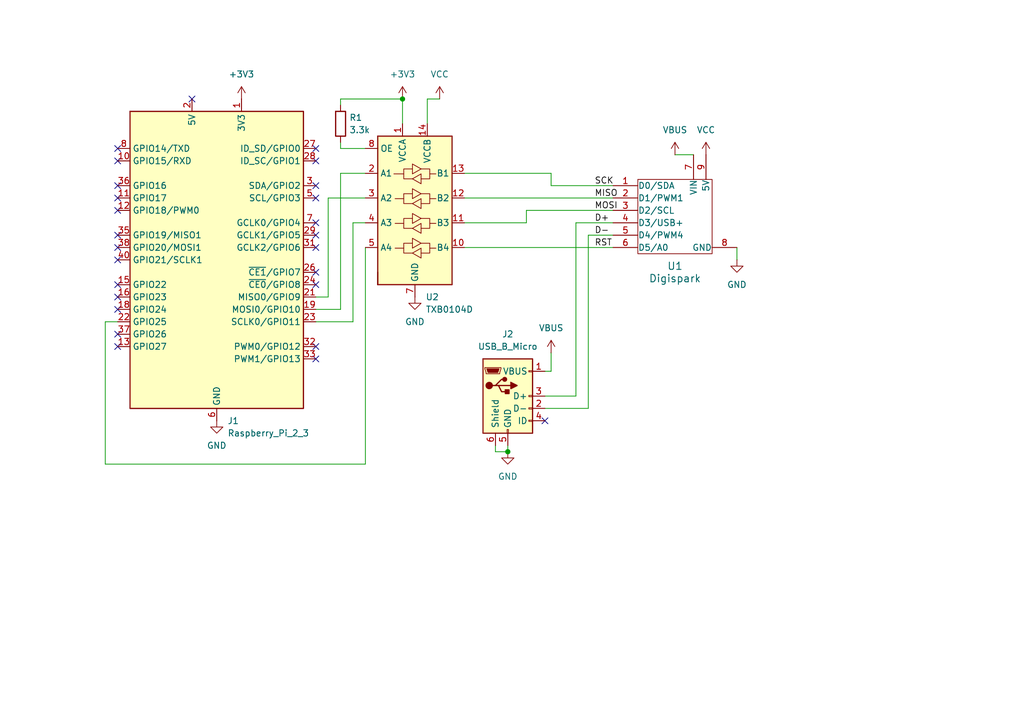
<source format=kicad_sch>
(kicad_sch (version 20231120) (generator "eeschema") (generator_version "8.0")
  (paper "A5")
  (title_block (title "pikvm-attiny85") (company "netdex"))
  (lib_symbols
    (symbol "Connector:Raspberry_Pi_2_3"
      (property "Reference" "J" (at -17.78 31.75 0))
      (property "Value" "Raspberry_Pi_2_3" (at 10.16 -31.75 0))
      (symbol "Raspberry_Pi_2_3_0_1"
        (rectangle (start -17.78 30.48) (end 17.78 -30.48) (stroke (width 0.254)) (fill (type background)))
      )
      (symbol "Raspberry_Pi_2_3_1_1"
        (pin power_in line (at 5.08 33.02 270) (length 2.54) (name "3V3") (number "1"))
        (pin bidirectional line (at -20.32 20.32 0) (length 2.54) (name "GPIO15/RXD") (number "10"))
        (pin bidirectional line (at -20.32 12.7 0) (length 2.54) (name "GPIO17") (number "11"))
        (pin bidirectional line (at -20.32 10.16 0) (length 2.54) (name "GPIO18/PWM0") (number "12"))
        (pin bidirectional line (at -20.32 -17.78 0) (length 2.54) (name "GPIO27") (number "13"))
        (pin passive line (at 0 -33.02 90) (length 2.54) hide (name "GND") (number "14"))
        (pin bidirectional line (at -20.32 -5.08 0) (length 2.54) (name "GPIO22") (number "15"))
        (pin bidirectional line (at -20.32 -7.62 0) (length 2.54) (name "GPIO23") (number "16"))
        (pin passive line (at 5.08 33.02 270) (length 2.54) hide (name "3V3") (number "17"))
        (pin bidirectional line (at -20.32 -10.16 0) (length 2.54) (name "GPIO24") (number "18"))
        (pin bidirectional line (at 20.32 -10.16 180) (length 2.54) (name "MOSI0/GPIO10") (number "19"))
        (pin power_in line (at -5.08 33.02 270) (length 2.54) (name "5V") (number "2"))
        (pin passive line (at 0 -33.02 90) (length 2.54) hide (name "GND") (number "20"))
        (pin bidirectional line (at 20.32 -7.62 180) (length 2.54) (name "MISO0/GPIO9") (number "21"))
        (pin bidirectional line (at -20.32 -12.7 0) (length 2.54) (name "GPIO25") (number "22"))
        (pin bidirectional line (at 20.32 -12.7 180) (length 2.54) (name "SCLK0/GPIO11") (number "23"))
        (pin bidirectional line (at 20.32 -5.08 180) (length 2.54) (name "~{CE0}/GPIO8") (number "24"))
        (pin passive line (at 0 -33.02 90) (length 2.54) hide (name "GND") (number "25"))
        (pin bidirectional line (at 20.32 -2.54 180) (length 2.54) (name "~{CE1}/GPIO7") (number "26"))
        (pin bidirectional line (at 20.32 22.86 180) (length 2.54) (name "ID_SD/GPIO0") (number "27"))
        (pin bidirectional line (at 20.32 20.32 180) (length 2.54) (name "ID_SC/GPIO1") (number "28"))
        (pin bidirectional line (at 20.32 5.08 180) (length 2.54) (name "GCLK1/GPIO5") (number "29"))
        (pin bidirectional line (at 20.32 15.24 180) (length 2.54) (name "SDA/GPIO2") (number "3"))
        (pin passive line (at 0 -33.02 90) (length 2.54) hide (name "GND") (number "30"))
        (pin bidirectional line (at 20.32 2.54 180) (length 2.54) (name "GCLK2/GPIO6") (number "31"))
        (pin bidirectional line (at 20.32 -17.78 180) (length 2.54) (name "PWM0/GPIO12") (number "32"))
        (pin bidirectional line (at 20.32 -20.32 180) (length 2.54) (name "PWM1/GPIO13") (number "33"))
        (pin passive line (at 0 -33.02 90) (length 2.54) hide (name "GND") (number "34"))
        (pin bidirectional line (at -20.32 5.08 0) (length 2.54) (name "GPIO19/MISO1") (number "35"))
        (pin bidirectional line (at -20.32 15.24 0) (length 2.54) (name "GPIO16") (number "36"))
        (pin bidirectional line (at -20.32 -15.24 0) (length 2.54) (name "GPIO26") (number "37"))
        (pin bidirectional line (at -20.32 2.54 0) (length 2.54) (name "GPIO20/MOSI1") (number "38"))
        (pin passive line (at 0 -33.02 90) (length 2.54) hide (name "GND") (number "39"))
        (pin passive line (at -5.08 33.02 270) (length 2.54) hide (name "5V") (number "4"))
        (pin bidirectional line (at -20.32 0 0) (length 2.54) (name "GPIO21/SCLK1") (number "40"))
        (pin bidirectional line (at 20.32 12.7 180) (length 2.54) (name "SCL/GPIO3") (number "5"))
        (pin power_in line (at 0 -33.02 90) (length 2.54) (name "GND") (number "6"))
        (pin bidirectional line (at 20.32 7.62 180) (length 2.54) (name "GCLK0/GPIO4") (number "7"))
        (pin bidirectional line (at -20.32 22.86 0) (length 2.54) (name "GPIO14/TXD") (number "8"))
        (pin passive line (at 0 -33.02 90) (length 2.54) hide (name "GND") (number "9"))
      )
    )
    (symbol "Connector:USB_B_Micro" (pin_names (offset 1.016))
      (property "Reference" "J" (at -5.08 11.43 0))
      (property "Value" "USB_B_Micro" (at -5.08 8.89 0))
      (symbol "USB_B_Micro_0_1"
        (rectangle (start -5.08 -7.62) (end 5.08 7.62) (stroke (width 0.254)) (fill (type background)))
        (circle (center -3.81 2.159) (radius 0.635) (stroke (width 0.254)) (fill (type outline)))
        (circle (center -0.635 3.429) (radius 0.381) (stroke (width 0.254)) (fill (type outline)))
        (rectangle (start -0.127 -7.62) (end 0.127 -6.858))
        (polyline (pts (xy -1.905 2.159) (xy 0.635 2.159)) (stroke (width 0.254)))
        (polyline (pts (xy -3.175 2.159) (xy -2.54 2.159) (xy -1.27 3.429) (xy -0.635 3.429)) (stroke (width 0.254)))
        (polyline (pts (xy -2.54 2.159) (xy -1.905 2.159) (xy -1.27 0.889) (xy 0 0.889)) (stroke (width 0.254)))
        (polyline (pts (xy 0.635 2.794) (xy 0.635 1.524) (xy 1.905 2.159) (xy 0.635 2.794)) (stroke (width 0.254)) (fill (type outline)))
        (polyline (pts (xy -4.318 5.588) (xy -1.778 5.588) (xy -2.032 4.826) (xy -4.064 4.826) (xy -4.318 5.588)) (fill (type outline)))
        (polyline (pts (xy -4.699 5.842) (xy -4.699 5.588) (xy -4.445 4.826) (xy -4.445 4.572) (xy -1.651 4.572) (xy -1.651 4.826) (xy -1.397 5.588) (xy -1.397 5.842) (xy -4.699 5.842)))
        (rectangle (start 0.254 1.27) (end -0.508 0.508) (stroke (width 0.254)) (fill (type outline)))
        (rectangle (start 5.08 -5.207) (end 4.318 -4.953))
        (rectangle (start 5.08 -2.667) (end 4.318 -2.413))
        (rectangle (start 5.08 -0.127) (end 4.318 0.127))
        (rectangle (start 5.08 4.953) (end 4.318 5.207))
      )
      (symbol "USB_B_Micro_1_1"
        (pin power_out line (at 7.62 5.08 180) (length 2.54) (name "VBUS") (number "1"))
        (pin bidirectional line (at 7.62 -2.54 180) (length 2.54) (name "D-") (number "2"))
        (pin bidirectional line (at 7.62 0 180) (length 2.54) (name "D+") (number "3"))
        (pin passive line (at 7.62 -5.08 180) (length 2.54) (name "ID") (number "4"))
        (pin power_out line (at 0 -10.16 90) (length 2.54) (name "GND") (number "5"))
        (pin passive line (at -2.54 -10.16 90) (length 2.54) (name "Shield") (number "6"))
      )
    )
    (symbol "Device:R" (pin_numbers hide) (pin_names (offset 0))
      (property "Reference" "R" (at 2.032 0 90))
      (property "Value" "R" (at 0 0 90))
      (symbol "R_0_1"
        (rectangle (start -1.016 -2.54) (end 1.016 2.54) (stroke (width 0.254)))
      )
      (symbol "R_1_1"
        (pin passive line (at 0 3.81 270) (length 1.27) (name "~") (number "1"))
        (pin passive line (at 0 -3.81 90) (length 1.27) (name "~") (number "2"))
      )
    )
    (symbol "Logic_LevelTranslator:TXB0104D"
      (property "Reference" "U" (at -6.35 16.51 0))
      (property "Value" "TXB0104D" (at 3.81 16.51 0))
      (symbol "TXB0104D_0_1"
        (rectangle (start -7.62 -15.24) (end -7.62 -12.7) (stroke (width 0.254)))
        (rectangle (start -7.62 15.24) (end 7.62 -15.24) (stroke (width 0.254)) (fill (type background)))
        (polyline (pts (xy -2.286 -7.747) (xy -2.286 -6.731) (xy -0.508 -6.731)))
        (polyline (pts (xy -2.286 -2.667) (xy -2.286 -1.651) (xy -0.508 -1.651)))
        (polyline (pts (xy -2.286 2.413) (xy -2.286 3.429) (xy -0.508 3.429)))
        (polyline (pts (xy -2.286 7.493) (xy -2.286 8.509) (xy -0.508 8.509)))
        (polyline (pts (xy 3.048 -7.747) (xy 3.048 -8.763) (xy 1.27 -8.763)))
        (polyline (pts (xy 3.048 -2.667) (xy 3.048 -3.683) (xy 1.27 -3.683)))
        (polyline (pts (xy 3.048 2.413) (xy 3.048 1.397) (xy 1.27 1.397)))
        (polyline (pts (xy 3.048 7.493) (xy 3.048 6.477) (xy 1.27 6.477)))
        (polyline (pts (xy -0.508 -8.763) (xy -2.286 -8.763) (xy -2.286 -7.747) (xy -4.064 -7.747)))
        (polyline (pts (xy -0.508 -8.763) (xy 1.27 -7.747) (xy 1.27 -9.779) (xy -0.508 -8.763)))
        (polyline (pts (xy -0.508 -3.683) (xy -2.286 -3.683) (xy -2.286 -2.667) (xy -4.064 -2.667)))
        (polyline (pts (xy -0.508 -3.683) (xy 1.27 -2.667) (xy 1.27 -4.699) (xy -0.508 -3.683)))
        (polyline (pts (xy -0.508 1.397) (xy -2.286 1.397) (xy -2.286 2.413) (xy -4.064 2.413)))
        (polyline (pts (xy -0.508 1.397) (xy 1.27 2.413) (xy 1.27 0.381) (xy -0.508 1.397)))
        (polyline (pts (xy -0.508 6.477) (xy -2.286 6.477) (xy -2.286 7.493) (xy -4.318 7.493)))
        (polyline (pts (xy -0.508 6.477) (xy 1.27 7.493) (xy 1.27 5.461) (xy -0.508 6.477)))
        (polyline (pts (xy 1.27 -6.731) (xy -0.508 -7.747) (xy -0.508 -5.715) (xy 1.27 -6.731)))
        (polyline (pts (xy 1.27 -6.731) (xy 3.048 -6.731) (xy 3.048 -7.747) (xy 4.318 -7.747)))
        (polyline (pts (xy 1.27 -1.651) (xy -0.508 -2.667) (xy -0.508 -0.635) (xy 1.27 -1.651)))
        (polyline (pts (xy 1.27 -1.651) (xy 3.048 -1.651) (xy 3.048 -2.667) (xy 4.318 -2.667)))
        (polyline (pts (xy 1.27 3.429) (xy -0.508 2.413) (xy -0.508 4.445) (xy 1.27 3.429)))
        (polyline (pts (xy 1.27 3.429) (xy 3.048 3.429) (xy 3.048 2.413) (xy 4.318 2.413)))
        (polyline (pts (xy 1.27 8.509) (xy -0.508 7.493) (xy -0.508 9.525) (xy 1.27 8.509)))
        (polyline (pts (xy 1.27 8.509) (xy 3.048 8.509) (xy 3.048 7.493) (xy 4.318 7.493)))
      )
      (symbol "TXB0104D_1_1"
        (pin power_in line (at -2.54 17.78 270) (length 2.54) (name "VCCA") (number "1"))
        (pin bidirectional line (at 10.16 -7.62 180) (length 2.54) (name "B4") (number "10"))
        (pin bidirectional line (at 10.16 -2.54 180) (length 2.54) (name "B3") (number "11"))
        (pin bidirectional line (at 10.16 2.54 180) (length 2.54) (name "B2") (number "12"))
        (pin bidirectional line (at 10.16 7.62 180) (length 2.54) (name "B1") (number "13"))
        (pin power_in line (at 2.54 17.78 270) (length 2.54) (name "VCCB") (number "14"))
        (pin bidirectional line (at -10.16 7.62 0) (length 2.54) (name "A1") (number "2"))
        (pin bidirectional line (at -10.16 2.54 0) (length 2.54) (name "A2") (number "3"))
        (pin bidirectional line (at -10.16 -2.54 0) (length 2.54) (name "A3") (number "4"))
        (pin bidirectional line (at -10.16 -7.62 0) (length 2.54) (name "A4") (number "5"))
        (pin no_connect line (at -7.62 -12.7 0) (length 2.54) hide (name "NC") (number "6"))
        (pin power_in line (at 0 -17.78 90) (length 2.54) (name "GND") (number "7"))
        (pin input line (at -10.16 12.7 0) (length 2.54) (name "OE") (number "8"))
        (pin no_connect line (at 7.62 -12.7 180) (length 2.54) hide (name "NC") (number "9"))
      )
    )
    (symbol "SW-Digistump:Digispark" (pin_names (offset 0.0254))
      (property "Reference" "U" (at 5.08 0 0))
      (property "Value" "Digispark" (at 8.89 0 90))
      (symbol "Digispark_0_1"
        (rectangle (start -7.62 7.62) (end 7.62 -7.62))
      )
      (symbol "Digispark_1_1"
        (pin bidirectional line (at -12.7 6.35 0) (length 5.08) (name "D0/SDA") (number "1"))
        (pin bidirectional line (at -12.7 3.81 0) (length 5.08) (name "D1/PWM1") (number "2"))
        (pin bidirectional line (at -12.7 1.27 0) (length 5.08) (name "D2/SCL") (number "3"))
        (pin bidirectional line (at -12.7 -1.27 0) (length 5.08) (name "D3/USB+") (number "4"))
        (pin bidirectional line (at -12.7 -3.81 0) (length 5.08) (name "D4/PWM4") (number "5"))
        (pin bidirectional line (at -12.7 -6.35 0) (length 5.08) (name "D5/A0") (number "6"))
        (pin power_in line (at 3.81 12.7 270) (length 5.08) (name "VIN") (number "7"))
        (pin power_in line (at 12.7 -6.35 180) (length 5.08) (name "GND") (number "8"))
        (pin power_in line (at 6.35 12.7 270) (length 5.08) (name "5V") (number "9"))
      )
    )
    (symbol "power:+3V3" (power) (pin_numbers hide) (pin_names (offset 0) hide)
      (property "Value" "+3V3" (at 0 3.556 0))
      (symbol "+3V3_0_1"
        (polyline (pts (xy -0.762 1.27) (xy 0 2.54)))
        (polyline (pts (xy 0 0) (xy 0 2.54)))
        (polyline (pts (xy 0 2.54) (xy 0.762 1.27)))
      )
      (symbol "+3V3_1_1"
        (pin power_in line (at 0 0 90) (length 0) (name "~") (number "1"))
      )
    )
    (symbol "power:GND" (power) (pin_numbers hide) (pin_names (offset 0) hide)
      (property "Value" "GND" (at 0 -3.81 0))
      (symbol "GND_0_1"
        (polyline (pts (xy 0 0) (xy 0 -1.27) (xy 1.27 -1.27) (xy 0 -2.54) (xy -1.27 -1.27) (xy 0 -1.27)))
      )
      (symbol "GND_1_1"
        (pin power_in line (at 0 0 270) (length 0) (name "~") (number "1"))
      )
    )
    (symbol "power:VBUS" (power) (pin_numbers hide) (pin_names (offset 0) hide)
      (property "Value" "VBUS" (at 0 3.556 0))
      (symbol "VBUS_0_1"
        (polyline (pts (xy -0.762 1.27) (xy 0 2.54)))
        (polyline (pts (xy 0 0) (xy 0 2.54)))
        (polyline (pts (xy 0 2.54) (xy 0.762 1.27)))
      )
      (symbol "VBUS_1_1"
        (pin power_in line (at 0 0 90) (length 0) (name "~") (number "1"))
      )
    )
    (symbol "power:VCC" (power) (pin_numbers hide) (pin_names (offset 0) hide)
      (property "Value" "VCC" (at 0 3.556 0))
      (symbol "VCC_0_1"
        (polyline (pts (xy -0.762 1.27) (xy 0 2.54)))
        (polyline (pts (xy 0 0) (xy 0 2.54)))
        (polyline (pts (xy 0 2.54) (xy 0.762 1.27)))
      )
      (symbol "VCC_1_1"
        (pin power_in line (at 0 0 90) (length 0) (name "~") (number "1"))
      )
    )
  )
  (junction (at 104.14 92.71))
  (junction (at 82.55 20.32))
  (no_connect (at 24.13 63.5))
  (no_connect (at 24.13 40.64))
  (no_connect (at 24.13 71.12))
  (no_connect (at 24.13 30.48))
  (no_connect (at 24.13 38.1))
  (no_connect (at 111.76 86.36))
  (no_connect (at 64.77 40.64))
  (no_connect (at 64.77 50.8))
  (no_connect (at 24.13 60.96))
  (no_connect (at 24.13 48.26))
  (no_connect (at 64.77 48.26))
  (no_connect (at 64.77 58.42))
  (no_connect (at 64.77 38.1))
  (no_connect (at 24.13 50.8))
  (no_connect (at 24.13 53.34))
  (no_connect (at 24.13 58.42))
  (no_connect (at 39.37 20.32))
  (no_connect (at 64.77 55.88))
  (no_connect (at 64.77 73.66))
  (no_connect (at 24.13 33.02))
  (no_connect (at 24.13 68.58))
  (no_connect (at 64.77 71.12))
  (no_connect (at 64.77 33.02))
  (no_connect (at 24.13 43.18))
  (no_connect (at 64.77 45.72))
  (no_connect (at 64.77 30.48))
  (wire (pts (xy 111.76 81.28) (xy 118.11 81.28)))
  (wire (pts (xy 113.03 76.2) (xy 111.76 76.2)))
  (wire (pts (xy 21.59 66.04) (xy 24.13 66.04)))
  (wire (pts (xy 118.11 45.72) (xy 125.73 45.72)))
  (wire (pts (xy 95.25 40.64) (xy 125.73 40.64)))
  (wire (pts (xy 107.95 43.18) (xy 125.73 43.18)))
  (wire (pts (xy 113.03 72.39) (xy 113.03 76.2)))
  (wire (pts (xy 67.31 60.96) (xy 64.77 60.96)))
  (wire (pts (xy 95.25 50.8) (xy 125.73 50.8)))
  (wire (pts (xy 113.03 38.1) (xy 113.03 35.56)))
  (wire (pts (xy 101.6 91.44) (xy 101.6 92.71)))
  (wire (pts (xy 90.17 20.32) (xy 87.63 20.32)))
  (wire (pts (xy 69.85 30.48) (xy 74.93 30.48)))
  (wire (pts (xy 69.85 29.21) (xy 69.85 30.48)))
  (wire (pts (xy 72.39 45.72) (xy 72.39 66.04)))
  (wire (pts (xy 113.03 38.1) (xy 125.73 38.1)))
  (wire (pts (xy 87.63 20.32) (xy 87.63 25.4)))
  (wire (pts (xy 82.55 20.32) (xy 82.55 25.4)))
  (wire (pts (xy 67.31 40.64) (xy 67.31 60.96)))
  (wire (pts (xy 120.65 83.82) (xy 120.65 48.26)))
  (wire (pts (xy 64.77 66.04) (xy 72.39 66.04)))
  (wire (pts (xy 69.85 20.32) (xy 69.85 21.59)))
  (wire (pts (xy 151.13 50.8) (xy 151.13 53.34)))
  (wire (pts (xy 104.14 92.71) (xy 104.14 91.44)))
  (wire (pts (xy 74.93 40.64) (xy 67.31 40.64)))
  (wire (pts (xy 111.76 83.82) (xy 120.65 83.82)))
  (wire (pts (xy 138.43 31.75) (xy 142.24 31.75)))
  (wire (pts (xy 107.95 43.18) (xy 107.95 45.72)))
  (wire (pts (xy 74.93 45.72) (xy 72.39 45.72)))
  (wire (pts (xy 74.93 95.25) (xy 21.59 95.25)))
  (wire (pts (xy 69.85 35.56) (xy 69.85 63.5)))
  (wire (pts (xy 101.6 92.71) (xy 104.14 92.71)))
  (wire (pts (xy 74.93 50.8) (xy 74.93 95.25)))
  (wire (pts (xy 21.59 95.25) (xy 21.59 66.04)))
  (wire (pts (xy 113.03 35.56) (xy 95.25 35.56)))
  (wire (pts (xy 74.93 35.56) (xy 69.85 35.56)))
  (wire (pts (xy 107.95 45.72) (xy 95.25 45.72)))
  (wire (pts (xy 69.85 63.5) (xy 64.77 63.5)))
  (wire (pts (xy 69.85 20.32) (xy 82.55 20.32)))
  (wire (pts (xy 120.65 48.26) (xy 125.73 48.26)))
  (wire (pts (xy 118.11 81.28) (xy 118.11 45.72)))
  (label "RST" (at 121.92 50.8 0))
  (label "D+" (at 121.92 45.72 0))
  (label "MISO" (at 121.92 40.64 0))
  (label "MOSI" (at 121.92 43.18 0))
  (label "SCK" (at 121.92 38.1 0))
  (label "D-" (at 121.92 48.26 0))
  (symbol (lib_id "SW-Digistump:Digispark") (at 138.43 44.45 0) (unit 1)
    (property "Reference" "U1" (at 138.43 54.61 0) (effects (font (size 1.524 1.524))))
    (property "Value" "Digispark" (at 138.43 57.15 0) (effects (font (size 1.524 1.524))))
    (property "Footprint" "SW-Digistump:Digispark" (effects (hide yes)))
    (property "Description" "Digispark Microcontroller" (effects (hide yes)))
    (property "Manufacturer" "Digistump" (effects (hide yes)))
  )
  (symbol (lib_id "power:GND") (at 44.45 86.36 0) (unit 1)
    (property "Reference" "#PWR01" (effects (hide yes)))
    (property "Value" "GND" (at 44.45 91.44 0))
    (property "Description" "Power symbol creates a global label with name \"GND\" , ground" (effects (hide yes)))
  )
  (symbol (lib_id "Device:R") (at 69.85 25.4 0) (unit 1)
    (property "Reference" "R1" (at 71.628 24.13 0) (effects (justify left)))
    (property "Value" "3.3k" (at 71.628 26.67 0) (effects (justify left)))
    (property "Description" "Resistor" (effects (hide yes)))
  )
  (symbol (lib_id "power:VCC") (at 90.17 20.32 0) (unit 1)
    (property "Reference" "#PWR09" (effects (hide yes)))
    (property "Value" "VCC" (at 90.17 15.24 0))
    (property "Description" "Power symbol creates a global label with name \"VCC\"" (effects (hide yes)))
  )
  (symbol (lib_id "power:VCC") (at 144.78 31.75 0) (unit 1)
    (property "Reference" "#PWR08" (effects (hide yes)))
    (property "Value" "VCC" (at 144.78 26.67 0))
    (property "Description" "Power symbol creates a global label with name \"VCC\"" (effects (hide yes)))
  )
  (symbol (lib_id "power:VBUS") (at 113.03 72.39 0) (unit 1)
    (property "Reference" "#PWR05" (effects (hide yes)))
    (property "Value" "VBUS" (at 113.03 67.31 0))
    (property "Description" "Power symbol creates a global label with name \"VBUS\"" (effects (hide yes)))
  )
  (symbol (lib_id "power:+3V3") (at 49.53 20.32 0) (unit 1)
    (property "Reference" "#PWR011" (effects (hide yes)))
    (property "Value" "+3V3" (at 49.53 15.24 0))
    (property "Description" "Power symbol creates a global label with name \"+3V3\"" (effects (hide yes)))
  )
  (symbol (lib_id "Logic_LevelTranslator:TXB0104D") (at 85.09 43.18 0) (unit 1)
    (property "Reference" "U2" (at 87.2841 60.96 0) (effects (justify left)))
    (property "Value" "TXB0104D" (at 87.2841 63.5 0) (effects (justify left)))
    (property "Footprint" "Package_SO:SOIC-14_3.9x8.7mm_P1.27mm" (effects (hide yes)))
    (property "Datasheet" "http://www.ti.com/lit/ds/symlink/txb0104.pdf" (effects (hide yes)))
    (property "Description" "4-Bit Bidirectional Voltage-Level Translator, Auto Direction Sensing and ±15-kV ESD Protection, 1.2 - 3.6V APort, 1.65 - 5.5V BPort, SOIC-14" (effects (hide yes)))
  )
  (symbol (lib_id "power:+3V3") (at 82.55 20.32 0) (unit 1)
    (property "Reference" "#PWR010" (effects (hide yes)))
    (property "Value" "+3V3" (at 82.55 15.24 0))
    (property "Description" "Power symbol creates a global label with name \"+3V3\"" (effects (hide yes)))
  )
  (symbol (lib_id "power:GND") (at 85.09 60.96 0) (unit 1)
    (property "Reference" "#PWR02" (effects (hide yes)))
    (property "Value" "GND" (at 85.09 66.04 0))
    (property "Description" "Power symbol creates a global label with name \"GND\" , ground" (effects (hide yes)))
  )
  (symbol (lib_id "power:VBUS") (at 138.43 31.75 0) (unit 1)
    (property "Reference" "#PWR06" (effects (hide yes)))
    (property "Value" "VBUS" (at 138.43 26.67 0))
    (property "Description" "Power symbol creates a global label with name \"VBUS\"" (effects (hide yes)))
  )
  (symbol (lib_id "Connector:USB_B_Micro") (at 104.14 81.28 0) (unit 1)
    (property "Reference" "J2" (at 104.14 68.58 0))
    (property "Value" "USB_B_Micro" (at 104.14 71.12 0))
    (property "Description" "USB Micro Type B connector" (effects (hide yes)))
  )
  (symbol (lib_id "Connector:Raspberry_Pi_2_3") (at 44.45 53.34 0) (unit 1)
    (property "Reference" "J1" (at 46.6441 86.36 0) (effects (justify left)))
    (property "Value" "Raspberry_Pi_2_3" (at 46.6441 88.9 0) (effects (justify left)))
    (property "Datasheet" "https://www.raspberrypi.org/documentation/hardware/raspberrypi/schematics/rpi_SCH_3bplus_1p0_reduced.pdf" (effects (hide yes)))
    (property "Description" "expansion header for Raspberry Pi 2 & 3" (effects (hide yes)))
  )
  (symbol (lib_id "power:GND") (at 151.13 53.34 0) (unit 1)
    (property "Reference" "#PWR04" (effects (hide yes)))
    (property "Value" "GND" (at 151.13 58.42 0))
    (property "Description" "Power symbol creates a global label with name \"GND\" , ground" (effects (hide yes)))
  )
  (symbol (lib_id "power:GND") (at 104.14 92.71 0) (unit 1)
    (property "Reference" "#PWR03" (effects (hide yes)))
    (property "Value" "GND" (at 104.14 97.79 0))
    (property "Description" "Power symbol creates a global label with name \"GND\" , ground" (effects (hide yes)))
  )
)
</source>
